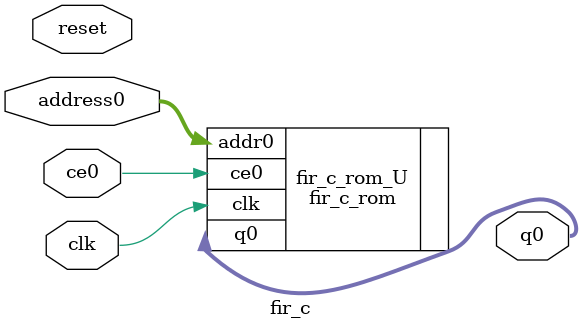
<source format=v>

`timescale 1 ns / 1 ps
module fir_c(
    reset,
    clk,
    address0,
    ce0,
    q0);

parameter DataWidth = 32'd16;
parameter AddressRange = 32'd51;
parameter AddressWidth = 32'd6;
input reset;
input clk;
input[AddressWidth - 1:0] address0;
input ce0;
output[DataWidth - 1:0] q0;



fir_c_rom fir_c_rom_U(
    .clk( clk ),
    .addr0( address0 ),
    .ce0( ce0 ),
    .q0( q0 ));

endmodule

</source>
